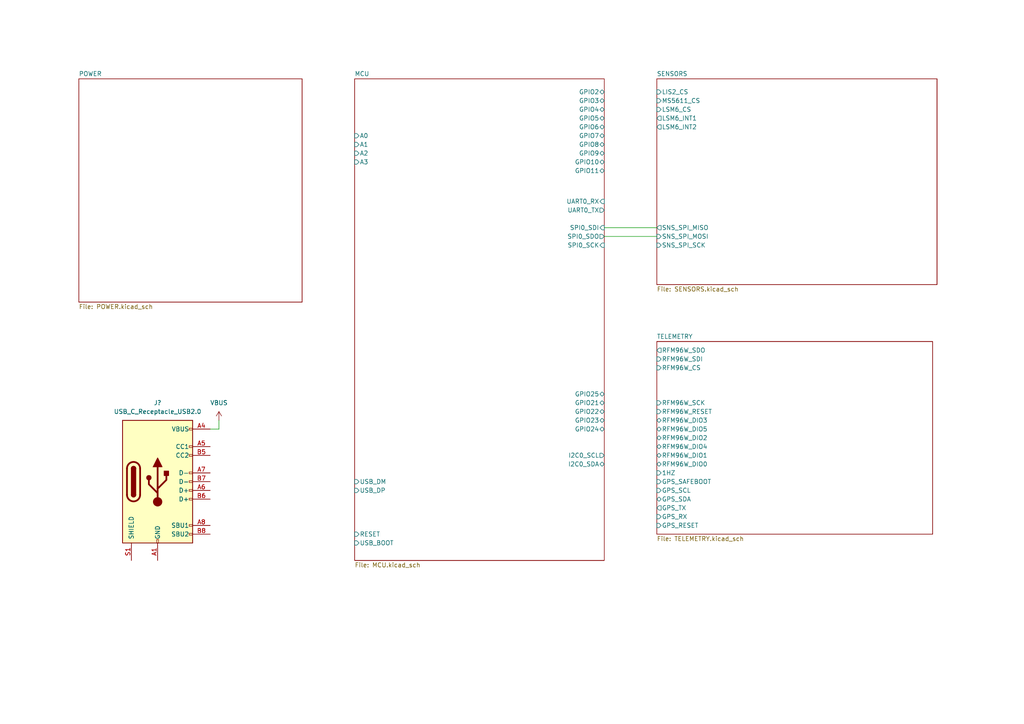
<source format=kicad_sch>
(kicad_sch (version 20211123) (generator eeschema)
  (paper "A4")
  (title_block (title "AlexVionics") (date "2022-09-01") (rev "1.0"))
  (lib_symbols
    (symbol "Connector:USB_C_Receptacle_USB2.0" (pin_names (offset 1.016))
      (property "Reference" "J" (at -10.16 19.05 0))
      (property "Value" "USB_C_Receptacle_USB2.0" (at 19.05 19.05 0))
      (symbol "USB_C_Receptacle_USB2.0_0_0"
        (rectangle (start -0.254 -17.78) (end 0.254 -16.764))
        (rectangle (start 10.16 -14.986) (end 9.144 -15.494))
        (rectangle (start 10.16 -12.446) (end 9.144 -12.954))
        (rectangle (start 10.16 -4.826) (end 9.144 -5.334))
        (rectangle (start 10.16 -2.286) (end 9.144 -2.794))
        (rectangle (start 10.16 0.254) (end 9.144 -0.254))
        (rectangle (start 10.16 2.794) (end 9.144 2.286))
        (rectangle (start 10.16 7.874) (end 9.144 7.366))
        (rectangle (start 10.16 10.414) (end 9.144 9.906))
        (rectangle (start 10.16 15.494) (end 9.144 14.986))
      )
      (symbol "USB_C_Receptacle_USB2.0_0_1"
        (rectangle (start -10.16 17.78) (end 10.16 -17.78) (stroke (width 0.254)) (fill (type background)))
        (arc (start -8.89 -3.81) (mid -6.985 -5.715) (end -5.08 -3.81) (stroke (width 0.508)))
        (arc (start -7.62 -3.81) (mid -6.985 -4.445) (end -6.35 -3.81) (stroke (width 0.254)))
        (arc (start -7.62 -3.81) (mid -6.985 -4.445) (end -6.35 -3.81) (stroke (width 0.254)) (fill (type outline)))
        (rectangle (start -7.62 -3.81) (end -6.35 3.81) (stroke (width 0.254)) (fill (type outline)))
        (arc (start -6.35 3.81) (mid -6.985 4.445) (end -7.62 3.81) (stroke (width 0.254)))
        (arc (start -6.35 3.81) (mid -6.985 4.445) (end -7.62 3.81) (stroke (width 0.254)) (fill (type outline)))
        (arc (start -5.08 3.81) (mid -6.985 5.715) (end -8.89 3.81) (stroke (width 0.508)))
        (circle (center -2.54 1.143) (radius 0.635) (stroke (width 0.254)) (fill (type outline)))
        (circle (center 0 -5.842) (radius 1.27) (fill (type outline)))
        (polyline (pts (xy -8.89 -3.81) (xy -8.89 3.81)) (stroke (width 0.508)))
        (polyline (pts (xy -5.08 3.81) (xy -5.08 -3.81)) (stroke (width 0.508)))
        (polyline (pts (xy 0 -5.842) (xy 0 4.318)) (stroke (width 0.508)))
        (polyline (pts (xy 0 -3.302) (xy -2.54 -0.762) (xy -2.54 0.508)) (stroke (width 0.508)))
        (polyline (pts (xy 0 -2.032) (xy 2.54 0.508) (xy 2.54 1.778)) (stroke (width 0.508)))
        (polyline (pts (xy -1.27 4.318) (xy 0 6.858) (xy 1.27 4.318) (xy -1.27 4.318)) (stroke (width 0.254)) (fill (type outline)))
        (rectangle (start 1.905 1.778) (end 3.175 3.048) (stroke (width 0.254)) (fill (type outline)))
      )
      (symbol "USB_C_Receptacle_USB2.0_1_1"
        (pin passive line (at 0 -22.86 90) (length 5.08) (name "GND") (number "A1"))
        (pin passive line (at 0 -22.86 90) (length 5.08) hide (name "GND") (number "A12"))
        (pin passive line (at 15.24 15.24 180) (length 5.08) (name "VBUS") (number "A4"))
        (pin bidirectional line (at 15.24 10.16 180) (length 5.08) (name "CC1") (number "A5"))
        (pin bidirectional line (at 15.24 -2.54 180) (length 5.08) (name "D+") (number "A6"))
        (pin bidirectional line (at 15.24 2.54 180) (length 5.08) (name "D-") (number "A7"))
        (pin bidirectional line (at 15.24 -12.7 180) (length 5.08) (name "SBU1") (number "A8"))
        (pin passive line (at 15.24 15.24 180) (length 5.08) hide (name "VBUS") (number "A9"))
        (pin passive line (at 0 -22.86 90) (length 5.08) hide (name "GND") (number "B1"))
        (pin passive line (at 0 -22.86 90) (length 5.08) hide (name "GND") (number "B12"))
        (pin passive line (at 15.24 15.24 180) (length 5.08) hide (name "VBUS") (number "B4"))
        (pin bidirectional line (at 15.24 7.62 180) (length 5.08) (name "CC2") (number "B5"))
        (pin bidirectional line (at 15.24 -5.08 180) (length 5.08) (name "D+") (number "B6"))
        (pin bidirectional line (at 15.24 0 180) (length 5.08) (name "D-") (number "B7"))
        (pin bidirectional line (at 15.24 -15.24 180) (length 5.08) (name "SBU2") (number "B8"))
        (pin passive line (at 15.24 15.24 180) (length 5.08) hide (name "VBUS") (number "B9"))
        (pin passive line (at -7.62 -22.86 90) (length 5.08) (name "SHIELD") (number "S1"))
      )
    )
    (symbol "power:VBUS" (power) (pin_names (offset 0))
      (property "Value" "VBUS" (at 0 3.81 0))
      (symbol "VBUS_0_1"
        (polyline (pts (xy -0.762 1.27) (xy 0 2.54)))
        (polyline (pts (xy 0 0) (xy 0 2.54)))
        (polyline (pts (xy 0 2.54) (xy 0.762 1.27)))
      )
      (symbol "VBUS_1_1"
        (pin power_in line (at 0 0 90) (length 0) hide (name "VBUS") (number "1"))
      )
    )
  )
  (wire (pts (xy 175.26 68.58) (xy 190.5 68.58)))
  (wire (pts (xy 63.5 124.46) (xy 60.96 124.46)))
  (wire (pts (xy 175.26 66.04) (xy 190.5 66.04)))
  (wire (pts (xy 63.5 121.92) (xy 63.5 124.46)))
  (symbol (lib_id "Connector:USB_C_Receptacle_USB2.0") (at 45.72 139.7 0) (unit 1)
    (property "Reference" "J?" (at 45.72 116.84 0))
    (property "Value" "USB_C_Receptacle_USB2.0" (at 45.72 119.38 0))
    (property "Datasheet" "https://www.usb.org/sites/default/files/documents/usb_type-c.zip" (effects hide))
  )
  (symbol (lib_id "power:VBUS") (at 63.5 121.92 0) (unit 1)
    (property "Reference" "#PWR?" (effects hide))
    (property "Value" "VBUS" (at 63.5 116.84 0))
  )
  (sheet (at 190.5 99.06) (size 80.01 55.88) (stroke (width 0.1524))
    (property "Sheet name" "TELEMETRY" (at 190.5 98.3484 0) (effects (justify left bottom)))
    (property "Sheet file" "TELEMETRY.kicad_sch" (at 190.5 155.5246 0) (effects (justify left top)))
    (pin "RFM96W_DIO5" bidirectional (at 190.5 124.46 180))
    (pin "RFM96W_SDO" output (at 190.5 101.6 180))
    (pin "RFM96W_CS" input (at 190.5 106.68 180))
    (pin "RFM96W_SDI" input (at 190.5 104.14 180))
    (pin "RFM96W_SCK" input (at 190.5 116.84 180))
    (pin "RFM96W_RESET" input (at 190.5 119.38 180))
    (pin "RFM96W_DIO3" bidirectional (at 190.5 121.92 180))
    (pin "RFM96W_DIO2" bidirectional (at 190.5 127 180))
    (pin "RFM96W_DIO4" bidirectional (at 190.5 129.54 180))
    (pin "RFM96W_DIO1" bidirectional (at 190.5 132.08 180))
    (pin "RFM96W_DIO0" bidirectional (at 190.5 134.62 180))
    (pin "1HZ" input (at 190.5 137.16 180))
    (pin "GPS_SAFEBOOT" input (at 190.5 139.7 180))
    (pin "GPS_SCL" input (at 190.5 142.24 180))
    (pin "GPS_SDA" bidirectional (at 190.5 144.78 180))
    (pin "GPS_TX" output (at 190.5 147.32 180))
    (pin "GPS_RX" input (at 190.5 149.86 180))
    (pin "GPS_RESET" input (at 190.5 152.4 180))
  )
  (sheet (at 22.86 22.86) (size 64.77 64.77) (stroke (width 0.1524))
    (property "Sheet name" "POWER" (at 22.86 22.1484 0) (effects (justify left bottom)))
    (property "Sheet file" "POWER.kicad_sch" (at 22.86 88.2146 0) (effects (justify left top)))
  )
  (sheet (at 102.87 22.86) (size 72.39 139.7) (stroke (width 0.1524))
    (property "Sheet name" "MCU" (at 102.87 22.1484 0) (effects (justify left bottom)))
    (property "Sheet file" "MCU.kicad_sch" (at 102.87 163.1446 0) (effects (justify left top)))
    (pin "USB_BOOT" input (at 102.87 157.48 180))
    (pin "GPIO2" bidirectional (at 175.26 26.67 0))
    (pin "GPIO5" bidirectional (at 175.26 34.29 0))
    (pin "GPIO4" bidirectional (at 175.26 31.75 0))
    (pin "GPIO6" bidirectional (at 175.26 36.83 0))
    (pin "GPIO3" bidirectional (at 175.26 29.21 0))
    (pin "UART0_TX" output (at 175.26 60.96 0))
    (pin "UART0_RX" input (at 175.26 58.42 0))
    (pin "GPIO7" bidirectional (at 175.26 39.37 0))
    (pin "GPIO9" bidirectional (at 175.26 44.45 0))
    (pin "GPIO10" bidirectional (at 175.26 46.99 0))
    (pin "GPIO8" bidirectional (at 175.26 41.91 0))
    (pin "GPIO11" bidirectional (at 175.26 49.53 0))
    (pin "SPI0_SDI" input (at 175.26 66.04 0))
    (pin "GPIO25" bidirectional (at 175.26 114.3 0))
    (pin "GPIO21" bidirectional (at 175.26 116.84 0))
    (pin "GPIO22" bidirectional (at 175.26 119.38 0))
    (pin "GPIO24" bidirectional (at 175.26 124.46 0))
    (pin "GPIO23" bidirectional (at 175.26 121.92 0))
    (pin "SPI0_SCK" input (at 175.26 71.12 0))
    (pin "I2C0_SCL" output (at 175.26 132.08 0))
    (pin "I2C0_SDA" bidirectional (at 175.26 134.62 0))
    (pin "A1" input (at 102.87 41.91 180))
    (pin "A3" input (at 102.87 46.99 180))
    (pin "A0" input (at 102.87 39.37 180))
    (pin "A2" input (at 102.87 44.45 180))
    (pin "RESET" input (at 102.87 154.94 180))
    (pin "USB_DP" input (at 102.87 142.24 180))
    (pin "USB_DM" input (at 102.87 139.7 180))
    (pin "SPI0_SDO" output (at 175.26 68.58 0))
  )
  (sheet (at 190.5 22.86) (size 81.28 59.69) (stroke (width 0.1524))
    (property "Sheet name" "SENSORS" (at 190.5 22.1484 0) (effects (justify left bottom)))
    (property "Sheet file" "SENSORS.kicad_sch" (at 190.5 83.1346 0) (effects (justify left top)))
    (pin "SNS_SPI_MISO" output (at 190.5 66.04 180))
    (pin "SNS_SPI_MOSI" input (at 190.5 68.58 180))
    (pin "SNS_SPI_SCK" input (at 190.5 71.12 180))
    (pin "LIS2_CS" input (at 190.5 26.67 180))
    (pin "LSM6_INT1" output (at 190.5 34.29 180))
    (pin "MS5611_CS" input (at 190.5 29.21 180))
    (pin "LSM6_INT2" output (at 190.5 36.83 180))
    (pin "LSM6_CS" input (at 190.5 31.75 180))
  )
)
</source>
